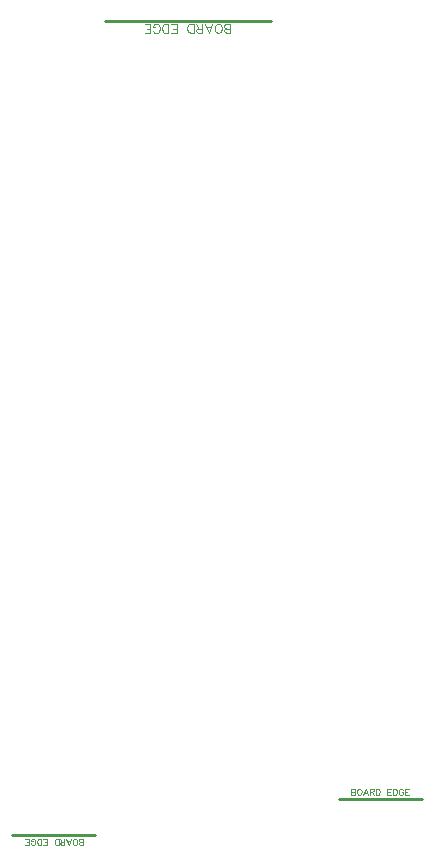
<source format=gbr>
G04 DipTrace 2.4.0.2*
%INTopAssy.gbr*%
%MOIN*%
%ADD10C,0.0098*%
%ADD12C,0.003*%
%ADD102C,0.0046*%
%FSLAX44Y44*%
G04*
G70*
G90*
G75*
G01*
%LNTopAssy*%
%LPD*%
X14744Y3937D2*
D10*
X11956D1*
X22855Y5141D2*
X25643D1*
X20587Y31051D2*
X15075D1*
X14334Y3603D2*
D12*
Y3804D1*
X14248D1*
X14220Y3795D1*
X14210Y3785D1*
X14201Y3766D1*
Y3737D1*
X14210Y3718D1*
X14220Y3709D1*
X14248Y3699D1*
X14220Y3689D1*
X14210Y3680D1*
X14201Y3661D1*
Y3642D1*
X14210Y3623D1*
X14220Y3613D1*
X14248Y3603D1*
X14334D1*
Y3699D2*
X14248D1*
X14081Y3603D2*
X14101Y3613D1*
X14120Y3632D1*
X14129Y3651D1*
X14139Y3680D1*
Y3728D1*
X14129Y3756D1*
X14120Y3776D1*
X14101Y3795D1*
X14081Y3804D1*
X14043D1*
X14024Y3795D1*
X14005Y3776D1*
X13995Y3756D1*
X13986Y3728D1*
Y3680D1*
X13995Y3651D1*
X14005Y3632D1*
X14024Y3613D1*
X14043Y3603D1*
X14081D1*
X13771Y3804D2*
X13848Y3603D1*
X13924Y3804D1*
X13895Y3737D2*
X13800D1*
X13709Y3699D2*
X13623D1*
X13594Y3689D1*
X13585Y3680D1*
X13575Y3661D1*
Y3642D1*
X13585Y3623D1*
X13594Y3613D1*
X13623Y3603D1*
X13709D1*
Y3804D1*
X13642Y3699D2*
X13575Y3804D1*
X13513Y3603D2*
Y3804D1*
X13446D1*
X13418Y3795D1*
X13398Y3776D1*
X13389Y3756D1*
X13379Y3728D1*
Y3680D1*
X13389Y3651D1*
X13398Y3632D1*
X13418Y3613D1*
X13446Y3603D1*
X13513D1*
X12999D2*
X13123D1*
Y3804D1*
X12999D1*
X13123Y3699D2*
X13047D1*
X12937Y3603D2*
Y3804D1*
X12870D1*
X12841Y3795D1*
X12822Y3776D1*
X12813Y3756D1*
X12803Y3728D1*
Y3680D1*
X12813Y3651D1*
X12822Y3632D1*
X12841Y3613D1*
X12870Y3603D1*
X12937D1*
X12598Y3651D2*
X12607Y3632D1*
X12627Y3613D1*
X12646Y3603D1*
X12684D1*
X12703Y3613D1*
X12722Y3632D1*
X12732Y3651D1*
X12741Y3680D1*
Y3728D1*
X12732Y3756D1*
X12722Y3776D1*
X12703Y3795D1*
X12684Y3804D1*
X12646D1*
X12627Y3795D1*
X12607Y3776D1*
X12598Y3756D1*
Y3728D1*
X12646D1*
X12412Y3603D2*
X12536D1*
Y3804D1*
X12412D1*
X12536Y3699D2*
X12460D1*
X23264Y5475D2*
Y5274D1*
X23351D1*
X23379Y5283D1*
X23389Y5293D1*
X23398Y5312D1*
Y5341D1*
X23389Y5360D1*
X23379Y5369D1*
X23351Y5379D1*
X23379Y5389D1*
X23389Y5398D1*
X23398Y5417D1*
Y5436D1*
X23389Y5455D1*
X23379Y5465D1*
X23351Y5475D1*
X23264D1*
Y5379D2*
X23351D1*
X23518Y5475D2*
X23498Y5465D1*
X23479Y5446D1*
X23470Y5427D1*
X23460Y5398D1*
Y5350D1*
X23470Y5322D1*
X23479Y5302D1*
X23498Y5283D1*
X23518Y5274D1*
X23556D1*
X23575Y5283D1*
X23594Y5302D1*
X23604Y5322D1*
X23613Y5350D1*
Y5398D1*
X23604Y5427D1*
X23594Y5446D1*
X23575Y5465D1*
X23556Y5475D1*
X23518D1*
X23828Y5274D2*
X23751Y5475D1*
X23675Y5274D1*
X23704Y5341D2*
X23799D1*
X23890Y5379D2*
X23976D1*
X24005Y5389D1*
X24014Y5398D1*
X24024Y5417D1*
Y5436D1*
X24014Y5455D1*
X24005Y5465D1*
X23976Y5475D1*
X23890D1*
Y5274D1*
X23957Y5379D2*
X24024Y5274D1*
X24086Y5475D2*
Y5274D1*
X24153D1*
X24181Y5283D1*
X24201Y5302D1*
X24210Y5322D1*
X24220Y5350D1*
Y5398D1*
X24210Y5427D1*
X24201Y5446D1*
X24181Y5465D1*
X24153Y5475D1*
X24086D1*
X24600D2*
X24476D1*
Y5274D1*
X24600D1*
X24476Y5379D2*
X24552D1*
X24662Y5475D2*
Y5274D1*
X24729D1*
X24757Y5283D1*
X24777Y5302D1*
X24786Y5322D1*
X24796Y5350D1*
Y5398D1*
X24786Y5427D1*
X24777Y5446D1*
X24757Y5465D1*
X24729Y5475D1*
X24662D1*
X25001Y5427D2*
X24991Y5446D1*
X24972Y5465D1*
X24953Y5475D1*
X24915D1*
X24896Y5465D1*
X24877Y5446D1*
X24867Y5427D1*
X24857Y5398D1*
Y5350D1*
X24867Y5322D1*
X24877Y5302D1*
X24896Y5283D1*
X24915Y5274D1*
X24953D1*
X24972Y5283D1*
X24991Y5302D1*
X25001Y5322D1*
Y5350D1*
X24953D1*
X25187Y5475D2*
X25063D1*
Y5274D1*
X25187D1*
X25063Y5379D2*
X25139D1*
X17267Y30669D2*
D102*
X17454D1*
Y30970D1*
X17267D1*
X17454Y30813D2*
X17339D1*
X17175Y30669D2*
Y30970D1*
X17074D1*
X17031Y30956D1*
X17002Y30927D1*
X16988Y30899D1*
X16974Y30856D1*
Y30784D1*
X16988Y30741D1*
X17002Y30712D1*
X17031Y30683D1*
X17074Y30669D1*
X17175D1*
X16666Y30741D2*
X16680Y30712D1*
X16709Y30683D1*
X16738Y30669D1*
X16795D1*
X16824Y30683D1*
X16852Y30712D1*
X16867Y30741D1*
X16881Y30784D1*
Y30856D1*
X16867Y30899D1*
X16852Y30927D1*
X16824Y30956D1*
X16795Y30970D1*
X16738D1*
X16709Y30956D1*
X16680Y30927D1*
X16666Y30899D1*
Y30856D1*
X16738D1*
X16387Y30669D2*
X16573D1*
Y30970D1*
X16387D1*
X16573Y30813D2*
X16459D1*
X19245Y30673D2*
Y30974D1*
X19116D1*
X19073Y30960D1*
X19058Y30945D1*
X19044Y30917D1*
Y30874D1*
X19058Y30845D1*
X19073Y30831D1*
X19116Y30816D1*
X19073Y30802D1*
X19058Y30788D1*
X19044Y30759D1*
Y30730D1*
X19058Y30702D1*
X19073Y30687D1*
X19116Y30673D1*
X19245D1*
Y30816D2*
X19116D1*
X18865Y30673D2*
X18894Y30687D1*
X18923Y30716D1*
X18937Y30744D1*
X18952Y30788D1*
Y30860D1*
X18937Y30902D1*
X18923Y30931D1*
X18894Y30960D1*
X18865Y30974D1*
X18808D1*
X18779Y30960D1*
X18751Y30931D1*
X18736Y30902D1*
X18722Y30860D1*
Y30788D1*
X18736Y30744D1*
X18751Y30716D1*
X18779Y30687D1*
X18808Y30673D1*
X18865D1*
X18400Y30974D2*
X18515Y30673D1*
X18629Y30974D1*
X18586Y30874D2*
X18443D1*
X18307Y30816D2*
X18178D1*
X18135Y30802D1*
X18120Y30788D1*
X18106Y30759D1*
Y30730D1*
X18120Y30702D1*
X18135Y30687D1*
X18178Y30673D1*
X18307D1*
Y30974D1*
X18206Y30816D2*
X18106Y30974D1*
X18013Y30673D2*
Y30974D1*
X17913D1*
X17870Y30960D1*
X17841Y30931D1*
X17827Y30902D1*
X17812Y30860D1*
Y30788D1*
X17827Y30744D1*
X17841Y30716D1*
X17870Y30687D1*
X17913Y30673D1*
X18013D1*
M02*

</source>
